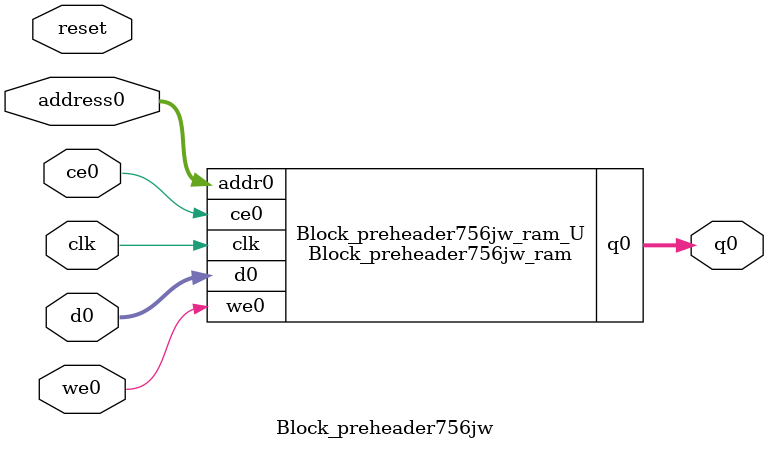
<source format=v>
`timescale 1 ns / 1 ps
module Block_preheader756jw_ram (addr0, ce0, d0, we0, q0,  clk);

parameter DWIDTH = 4;
parameter AWIDTH = 12;
parameter MEM_SIZE = 3444;

input[AWIDTH-1:0] addr0;
input ce0;
input[DWIDTH-1:0] d0;
input we0;
output reg[DWIDTH-1:0] q0;
input clk;

(* ram_style = "block" *)reg [DWIDTH-1:0] ram[0:MEM_SIZE-1];




always @(posedge clk)  
begin 
    if (ce0) begin
        if (we0) 
            ram[addr0] <= d0; 
        q0 <= ram[addr0];
    end
end


endmodule

`timescale 1 ns / 1 ps
module Block_preheader756jw(
    reset,
    clk,
    address0,
    ce0,
    we0,
    d0,
    q0);

parameter DataWidth = 32'd4;
parameter AddressRange = 32'd3444;
parameter AddressWidth = 32'd12;
input reset;
input clk;
input[AddressWidth - 1:0] address0;
input ce0;
input we0;
input[DataWidth - 1:0] d0;
output[DataWidth - 1:0] q0;



Block_preheader756jw_ram Block_preheader756jw_ram_U(
    .clk( clk ),
    .addr0( address0 ),
    .ce0( ce0 ),
    .we0( we0 ),
    .d0( d0 ),
    .q0( q0 ));

endmodule


</source>
